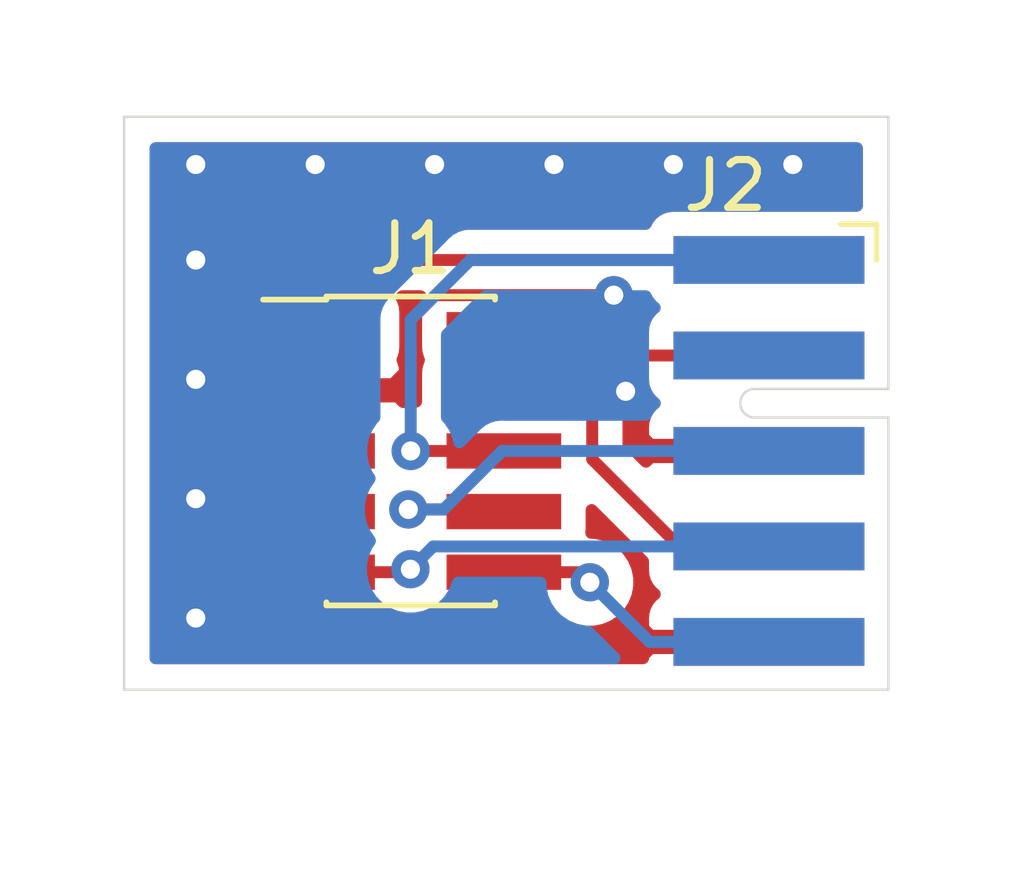
<source format=kicad_pcb>
(kicad_pcb (version 20171130) (host pcbnew "(5.1.6)-1")

  (general
    (thickness 1.6)
    (drawings 4)
    (tracks 51)
    (zones 0)
    (modules 2)
    (nets 10)
  )

  (page A4)
  (title_block
    (title "OpenClip SWD Adapter")
    (date 2020-08-25)
    (rev 0)
    (company cmd.wtf)
    (comment 1 "Based on @GregDavill's and @tannewt's idea!")
  )

  (layers
    (0 F.Cu signal)
    (31 B.Cu signal)
    (32 B.Adhes user)
    (33 F.Adhes user)
    (34 B.Paste user)
    (35 F.Paste user)
    (36 B.SilkS user)
    (37 F.SilkS user)
    (38 B.Mask user)
    (39 F.Mask user)
    (40 Dwgs.User user)
    (41 Cmts.User user)
    (42 Eco1.User user)
    (43 Eco2.User user)
    (44 Edge.Cuts user)
    (45 Margin user)
    (46 B.CrtYd user)
    (47 F.CrtYd user)
    (48 B.Fab user)
    (49 F.Fab user)
  )

  (setup
    (last_trace_width 0.25)
    (trace_clearance 0.2)
    (zone_clearance 0.508)
    (zone_45_only no)
    (trace_min 0.2)
    (via_size 0.8)
    (via_drill 0.4)
    (via_min_size 0.4)
    (via_min_drill 0.3)
    (uvia_size 0.3)
    (uvia_drill 0.1)
    (uvias_allowed no)
    (uvia_min_size 0.2)
    (uvia_min_drill 0.1)
    (edge_width 0.05)
    (segment_width 0.2)
    (pcb_text_width 0.3)
    (pcb_text_size 1.5 1.5)
    (mod_edge_width 0.12)
    (mod_text_size 1 1)
    (mod_text_width 0.15)
    (pad_size 1.524 1.524)
    (pad_drill 0.762)
    (pad_to_mask_clearance 0.05)
    (aux_axis_origin 0 0)
    (visible_elements 7FFFFFFF)
    (pcbplotparams
      (layerselection 0x010fc_ffffffff)
      (usegerberextensions false)
      (usegerberattributes true)
      (usegerberadvancedattributes true)
      (creategerberjobfile true)
      (excludeedgelayer true)
      (linewidth 0.100000)
      (plotframeref false)
      (viasonmask false)
      (mode 1)
      (useauxorigin false)
      (hpglpennumber 1)
      (hpglpenspeed 20)
      (hpglpendiameter 15.000000)
      (psnegative false)
      (psa4output false)
      (plotreference true)
      (plotvalue true)
      (plotinvisibletext false)
      (padsonsilk false)
      (subtractmaskfromsilk false)
      (outputformat 1)
      (mirror false)
      (drillshape 1)
      (scaleselection 1)
      (outputdirectory ""))
  )

  (net 0 "")
  (net 1 /~RESET~)
  (net 2 /GNDDet)
  (net 3 /NC)
  (net 4 /SWO)
  (net 5 GND)
  (net 6 /SWCLK)
  (net 7 /SWDIO)
  (net 8 VCC)
  (net 9 "Net-(J1-Pad7)")

  (net_class Default "This is the default net class."
    (clearance 0.2)
    (trace_width 0.25)
    (via_dia 0.8)
    (via_drill 0.4)
    (uvia_dia 0.3)
    (uvia_drill 0.1)
    (add_net /GNDDet)
    (add_net /NC)
    (add_net /SWCLK)
    (add_net /SWDIO)
    (add_net /SWO)
    (add_net /~RESET~)
    (add_net GND)
    (add_net "Net-(J1-Pad7)")
    (add_net VCC)
  )

  (module Connector_PinHeader_1.27mm:PinHeader_2x05_P1.27mm_Vertical_SMD (layer F.Cu) (tedit 59FED6E3) (tstamp 5F464471)
    (at 160 95)
    (descr "surface-mounted straight pin header, 2x05, 1.27mm pitch, double rows")
    (tags "Surface mounted pin header SMD 2x05 1.27mm double row")
    (path /5F46210A)
    (attr smd)
    (fp_text reference J1 (at 0 -4.235) (layer F.SilkS)
      (effects (font (size 1 1) (thickness 0.15)))
    )
    (fp_text value Conn_ARM_JTAG_SWD_10 (at -7.75 -0.25 90) (layer F.Fab)
      (effects (font (size 1 1) (thickness 0.15)))
    )
    (fp_line (start 4.3 -3.7) (end -4.3 -3.7) (layer F.CrtYd) (width 0.05))
    (fp_line (start 4.3 3.7) (end 4.3 -3.7) (layer F.CrtYd) (width 0.05))
    (fp_line (start -4.3 3.7) (end 4.3 3.7) (layer F.CrtYd) (width 0.05))
    (fp_line (start -4.3 -3.7) (end -4.3 3.7) (layer F.CrtYd) (width 0.05))
    (fp_line (start 1.765 3.17) (end 1.765 3.235) (layer F.SilkS) (width 0.12))
    (fp_line (start -1.765 3.17) (end -1.765 3.235) (layer F.SilkS) (width 0.12))
    (fp_line (start 1.765 -3.235) (end 1.765 -3.17) (layer F.SilkS) (width 0.12))
    (fp_line (start -1.765 -3.235) (end -1.765 -3.17) (layer F.SilkS) (width 0.12))
    (fp_line (start -3.09 -3.17) (end -1.765 -3.17) (layer F.SilkS) (width 0.12))
    (fp_line (start -1.765 3.235) (end 1.765 3.235) (layer F.SilkS) (width 0.12))
    (fp_line (start -1.765 -3.235) (end 1.765 -3.235) (layer F.SilkS) (width 0.12))
    (fp_line (start 2.75 2.74) (end 1.705 2.74) (layer F.Fab) (width 0.1))
    (fp_line (start 2.75 2.34) (end 2.75 2.74) (layer F.Fab) (width 0.1))
    (fp_line (start 1.705 2.34) (end 2.75 2.34) (layer F.Fab) (width 0.1))
    (fp_line (start -2.75 2.74) (end -1.705 2.74) (layer F.Fab) (width 0.1))
    (fp_line (start -2.75 2.34) (end -2.75 2.74) (layer F.Fab) (width 0.1))
    (fp_line (start -1.705 2.34) (end -2.75 2.34) (layer F.Fab) (width 0.1))
    (fp_line (start 2.75 1.47) (end 1.705 1.47) (layer F.Fab) (width 0.1))
    (fp_line (start 2.75 1.07) (end 2.75 1.47) (layer F.Fab) (width 0.1))
    (fp_line (start 1.705 1.07) (end 2.75 1.07) (layer F.Fab) (width 0.1))
    (fp_line (start -2.75 1.47) (end -1.705 1.47) (layer F.Fab) (width 0.1))
    (fp_line (start -2.75 1.07) (end -2.75 1.47) (layer F.Fab) (width 0.1))
    (fp_line (start -1.705 1.07) (end -2.75 1.07) (layer F.Fab) (width 0.1))
    (fp_line (start 2.75 0.2) (end 1.705 0.2) (layer F.Fab) (width 0.1))
    (fp_line (start 2.75 -0.2) (end 2.75 0.2) (layer F.Fab) (width 0.1))
    (fp_line (start 1.705 -0.2) (end 2.75 -0.2) (layer F.Fab) (width 0.1))
    (fp_line (start -2.75 0.2) (end -1.705 0.2) (layer F.Fab) (width 0.1))
    (fp_line (start -2.75 -0.2) (end -2.75 0.2) (layer F.Fab) (width 0.1))
    (fp_line (start -1.705 -0.2) (end -2.75 -0.2) (layer F.Fab) (width 0.1))
    (fp_line (start 2.75 -1.07) (end 1.705 -1.07) (layer F.Fab) (width 0.1))
    (fp_line (start 2.75 -1.47) (end 2.75 -1.07) (layer F.Fab) (width 0.1))
    (fp_line (start 1.705 -1.47) (end 2.75 -1.47) (layer F.Fab) (width 0.1))
    (fp_line (start -2.75 -1.07) (end -1.705 -1.07) (layer F.Fab) (width 0.1))
    (fp_line (start -2.75 -1.47) (end -2.75 -1.07) (layer F.Fab) (width 0.1))
    (fp_line (start -1.705 -1.47) (end -2.75 -1.47) (layer F.Fab) (width 0.1))
    (fp_line (start 2.75 -2.34) (end 1.705 -2.34) (layer F.Fab) (width 0.1))
    (fp_line (start 2.75 -2.74) (end 2.75 -2.34) (layer F.Fab) (width 0.1))
    (fp_line (start 1.705 -2.74) (end 2.75 -2.74) (layer F.Fab) (width 0.1))
    (fp_line (start -2.75 -2.34) (end -1.705 -2.34) (layer F.Fab) (width 0.1))
    (fp_line (start -2.75 -2.74) (end -2.75 -2.34) (layer F.Fab) (width 0.1))
    (fp_line (start -1.705 -2.74) (end -2.75 -2.74) (layer F.Fab) (width 0.1))
    (fp_line (start 1.705 -3.175) (end 1.705 3.175) (layer F.Fab) (width 0.1))
    (fp_line (start -1.705 -2.74) (end -1.27 -3.175) (layer F.Fab) (width 0.1))
    (fp_line (start -1.705 3.175) (end -1.705 -2.74) (layer F.Fab) (width 0.1))
    (fp_line (start -1.27 -3.175) (end 1.705 -3.175) (layer F.Fab) (width 0.1))
    (fp_line (start 1.705 3.175) (end -1.705 3.175) (layer F.Fab) (width 0.1))
    (fp_text user %R (at 0 0 90) (layer F.Fab)
      (effects (font (size 1 1) (thickness 0.15)))
    )
    (pad 10 smd rect (at 1.95 2.54) (size 2.4 0.74) (layers F.Cu F.Paste F.Mask)
      (net 1 /~RESET~))
    (pad 9 smd rect (at -1.95 2.54) (size 2.4 0.74) (layers F.Cu F.Paste F.Mask)
      (net 2 /GNDDet))
    (pad 8 smd rect (at 1.95 1.27) (size 2.4 0.74) (layers F.Cu F.Paste F.Mask)
      (net 3 /NC))
    (pad 7 smd rect (at -1.95 1.27) (size 2.4 0.74) (layers F.Cu F.Paste F.Mask)
      (net 9 "Net-(J1-Pad7)"))
    (pad 6 smd rect (at 1.95 0) (size 2.4 0.74) (layers F.Cu F.Paste F.Mask)
      (net 4 /SWO))
    (pad 5 smd rect (at -1.95 0) (size 2.4 0.74) (layers F.Cu F.Paste F.Mask)
      (net 5 GND))
    (pad 4 smd rect (at 1.95 -1.27) (size 2.4 0.74) (layers F.Cu F.Paste F.Mask)
      (net 6 /SWCLK))
    (pad 3 smd rect (at -1.95 -1.27) (size 2.4 0.74) (layers F.Cu F.Paste F.Mask)
      (net 5 GND))
    (pad 2 smd rect (at 1.95 -2.54) (size 2.4 0.74) (layers F.Cu F.Paste F.Mask)
      (net 7 /SWDIO))
    (pad 1 smd rect (at -1.95 -2.54) (size 2.4 0.74) (layers F.Cu F.Paste F.Mask)
      (net 8 VCC))
    (model ${KISYS3DMOD}/Connector_PinHeader_1.27mm.3dshapes/PinHeader_2x05_P1.27mm_Vertical_SMD.wrl
      (at (xyz 0 0 0))
      (scale (xyz 1 1 1))
      (rotate (xyz 0 0 0))
    )
  )

  (module Connector_OpenClip:OpenClip_SWD (layer F.Cu) (tedit 5F45C34D) (tstamp 5F4628B8)
    (at 170 95 270)
    (path /5F46A360)
    (fp_text reference J2 (at -5.559934 3.411127 180) (layer F.SilkS)
      (effects (font (size 1 1) (thickness 0.15)))
    )
    (fp_text value OpenClip_SWD (at -1 -2 90) (layer F.Fab)
      (effects (font (size 1 1) (thickness 0.15)))
    )
    (fp_line (start 5 -0.5) (end 5 5) (layer B.CrtYd) (width 0.05))
    (fp_line (start -5 -0.5) (end 5 -0.5) (layer B.CrtYd) (width 0.05))
    (fp_line (start -5 5) (end -5 -0.5) (layer B.CrtYd) (width 0.05))
    (fp_line (start 5 5) (end -5 5) (layer B.CrtYd) (width 0.05))
    (fp_line (start -5 -0.5) (end -5 5) (layer F.CrtYd) (width 0.05))
    (fp_line (start 5 -0.5) (end -5 -0.5) (layer F.CrtYd) (width 0.05))
    (fp_line (start 5 5) (end 5 -0.5) (layer F.CrtYd) (width 0.05))
    (fp_line (start -5 5) (end 5 5) (layer F.CrtYd) (width 0.05))
    (fp_line (start -0.7 0) (end 5 0) (layer Edge.Cuts) (width 0.05))
    (fp_line (start -5 0) (end -1.3 0) (layer Edge.Cuts) (width 0.05))
    (fp_line (start -0.7 2.8) (end -0.7 0) (layer Edge.Cuts) (width 0.05))
    (fp_line (start -1.3 0) (end -1.3 2.8) (layer Edge.Cuts) (width 0.05))
    (fp_line (start -4 0.25) (end -4.75 0.25) (layer F.SilkS) (width 0.12))
    (fp_line (start -4.75 0.25) (end -4.75 1) (layer F.SilkS) (width 0.12))
    (fp_arc (start -1 2.8) (end -1.3 2.8) (angle -180) (layer Edge.Cuts) (width 0.05))
    (pad 5 smd rect (at 4 2.5 270) (size 1 4) (layers F.Cu F.Paste F.Mask)
      (net 5 GND))
    (pad 4 smd rect (at 2 2.5 270) (size 1 4) (layers F.Cu F.Paste F.Mask)
      (net 6 /SWCLK))
    (pad 3 smd rect (at 0 2.5 270) (size 1 4) (layers F.Cu F.Paste F.Mask)
      (net 5 GND))
    (pad 2 smd rect (at -2 2.5 270) (size 1 4) (layers F.Cu F.Paste F.Mask)
      (net 7 /SWDIO))
    (pad 1 smd rect (at -4 2.5 270) (size 1 4) (layers F.Cu F.Paste F.Mask)
      (net 8 VCC))
    (pad 10 smd rect (at 4 2.5 270) (size 1 4) (layers B.Cu F.Paste F.Mask)
      (net 1 /~RESET~))
    (pad 9 smd rect (at 2 2.5 270) (size 1 4) (layers B.Cu F.Paste F.Mask)
      (net 2 /GNDDet))
    (pad 7 smd rect (at -2 2.5 270) (size 1 4) (layers B.Cu F.Paste F.Mask))
    (pad 6 smd rect (at -4 2.5 270) (size 1 4) (layers B.Cu F.Paste F.Mask)
      (net 4 /SWO))
    (pad 8 smd rect (at 0 2.5 270) (size 1 4) (layers B.Cu F.Paste F.Mask)
      (net 3 /NC))
  )

  (gr_line (start 154 100) (end 170 100) (layer Edge.Cuts) (width 0.05) (tstamp 5F4644F1))
  (gr_line (start 154 88) (end 154 100) (layer Edge.Cuts) (width 0.05))
  (gr_line (start 170 88) (end 154 88) (layer Edge.Cuts) (width 0.05))
  (gr_line (start 170 90) (end 170 88) (layer Edge.Cuts) (width 0.05))

  (via (at 163.75 97.75) (size 0.8) (drill 0.4) (layers F.Cu B.Cu) (net 1))
  (segment (start 161.95 97.54) (end 163.54 97.54) (width 0.25) (layer F.Cu) (net 1))
  (segment (start 163.54 97.54) (end 163.75 97.75) (width 0.25) (layer F.Cu) (net 1))
  (segment (start 165 99) (end 167.5 99) (width 0.25) (layer B.Cu) (net 1))
  (segment (start 163.75 97.75) (end 165 99) (width 0.25) (layer B.Cu) (net 1))
  (segment (start 167.5 97) (end 160.470803 97) (width 0.25) (layer B.Cu) (net 2))
  (via (at 159.993698 97.477105) (size 0.8) (drill 0.4) (layers F.Cu B.Cu) (net 2))
  (segment (start 159.930803 97.54) (end 159.993698 97.477105) (width 0.25) (layer F.Cu) (net 2))
  (segment (start 160.470803 97) (end 159.993698 97.477105) (width 0.25) (layer B.Cu) (net 2))
  (segment (start 158.05 97.54) (end 159.930803 97.54) (width 0.25) (layer F.Cu) (net 2))
  (via (at 159.95 96.225) (size 0.8) (drill 0.4) (layers F.Cu B.Cu) (net 3))
  (segment (start 161.905 96.225) (end 161.95 96.27) (width 0.25) (layer F.Cu) (net 3))
  (segment (start 159.95 96.225) (end 161.905 96.225) (width 0.25) (layer F.Cu) (net 3))
  (segment (start 160.68641 96.225) (end 159.95 96.225) (width 0.25) (layer B.Cu) (net 3))
  (segment (start 161.91141 95) (end 160.68641 96.225) (width 0.25) (layer B.Cu) (net 3))
  (segment (start 167.5 95) (end 161.91141 95) (width 0.25) (layer B.Cu) (net 3))
  (via (at 160 95) (size 0.8) (drill 0.4) (layers F.Cu B.Cu) (net 4))
  (segment (start 160 95) (end 161.95 95) (width 0.25) (layer F.Cu) (net 4))
  (segment (start 160 92.25) (end 160 95) (width 0.25) (layer B.Cu) (net 4))
  (segment (start 167.5 91) (end 161.25 91) (width 0.25) (layer B.Cu) (net 4))
  (segment (start 161.25 91) (end 160 92.25) (width 0.25) (layer B.Cu) (net 4))
  (via (at 164.5 93.75) (size 0.8) (drill 0.4) (layers F.Cu B.Cu) (net 5))
  (segment (start 167.5 95) (end 165.75 95) (width 0.25) (layer F.Cu) (net 5))
  (via (at 164.25078 91.736147) (size 0.8) (drill 0.4) (layers F.Cu B.Cu) (net 5))
  (segment (start 164.5 93.75) (end 164.5 91.985367) (width 0.25) (layer B.Cu) (net 5))
  (segment (start 164.5 91.985367) (end 164.25078 91.736147) (width 0.25) (layer B.Cu) (net 5))
  (segment (start 160.518851 91.736147) (end 160 92.254998) (width 0.25) (layer F.Cu) (net 5))
  (segment (start 164.25078 91.736147) (end 160.518851 91.736147) (width 0.25) (layer F.Cu) (net 5))
  (segment (start 160 93.23) (end 159.5 93.73) (width 0.25) (layer F.Cu) (net 5))
  (segment (start 159.5 93.73) (end 158.05 93.73) (width 0.25) (layer F.Cu) (net 5))
  (segment (start 160 92.254998) (end 160 93.23) (width 0.25) (layer F.Cu) (net 5))
  (via (at 155.5 98.5) (size 0.8) (drill 0.4) (layers F.Cu B.Cu) (net 5))
  (via (at 155.5 96) (size 0.8) (drill 0.4) (layers F.Cu B.Cu) (net 5))
  (via (at 155.5 93.5) (size 0.8) (drill 0.4) (layers F.Cu B.Cu) (net 5))
  (via (at 155.5 91) (size 0.8) (drill 0.4) (layers F.Cu B.Cu) (net 5))
  (via (at 155.5 89) (size 0.8) (drill 0.4) (layers F.Cu B.Cu) (net 5))
  (via (at 158 89) (size 0.8) (drill 0.4) (layers F.Cu B.Cu) (net 5))
  (via (at 160.5 89) (size 0.8) (drill 0.4) (layers F.Cu B.Cu) (net 5))
  (via (at 163 89) (size 0.8) (drill 0.4) (layers F.Cu B.Cu) (net 5))
  (via (at 165.5 89) (size 0.8) (drill 0.4) (layers F.Cu B.Cu) (net 5))
  (via (at 168 89) (size 0.8) (drill 0.4) (layers F.Cu B.Cu) (net 5))
  (segment (start 165.625 97) (end 167.5 97) (width 0.25) (layer F.Cu) (net 6))
  (segment (start 163.8 94.06) (end 163.8 95.175) (width 0.25) (layer F.Cu) (net 6))
  (segment (start 163.8 95.175) (end 165.625 97) (width 0.25) (layer F.Cu) (net 6))
  (segment (start 161.95 93.73) (end 163.47 93.73) (width 0.25) (layer F.Cu) (net 6))
  (segment (start 163.47 93.73) (end 163.8 94.06) (width 0.25) (layer F.Cu) (net 6))
  (segment (start 161.95 92.46) (end 164.21 92.46) (width 0.25) (layer F.Cu) (net 7))
  (segment (start 164.75 93) (end 167.5 93) (width 0.25) (layer F.Cu) (net 7))
  (segment (start 164.21 92.46) (end 164.75 93) (width 0.25) (layer F.Cu) (net 7))
  (segment (start 159.51 91) (end 167.5 91) (width 0.25) (layer F.Cu) (net 8))
  (segment (start 158.05 92.46) (end 159.51 91) (width 0.25) (layer F.Cu) (net 8))

  (zone (net 5) (net_name GND) (layer F.Cu) (tstamp 5F464E7E) (hatch edge 0.508)
    (connect_pads (clearance 0.508))
    (min_thickness 0.254)
    (fill yes (arc_segments 32) (thermal_gap 0.508) (thermal_bridge_width 0.508))
    (polygon
      (pts
        (xy 171 101) (xy 153 101) (xy 153 87) (xy 171 87)
      )
    )
    (filled_polygon
      (pts
        (xy 169.34 89.861928) (xy 165.5 89.861928) (xy 165.375518 89.874188) (xy 165.25582 89.910498) (xy 165.145506 89.969463)
        (xy 165.048815 90.048815) (xy 164.969463 90.145506) (xy 164.918954 90.24) (xy 159.547323 90.24) (xy 159.51 90.236324)
        (xy 159.472677 90.24) (xy 159.472667 90.24) (xy 159.361014 90.250997) (xy 159.217753 90.294454) (xy 159.085724 90.365026)
        (xy 158.969999 90.459999) (xy 158.946201 90.488997) (xy 157.983271 91.451928) (xy 156.85 91.451928) (xy 156.725518 91.464188)
        (xy 156.60582 91.500498) (xy 156.495506 91.559463) (xy 156.398815 91.638815) (xy 156.319463 91.735506) (xy 156.260498 91.84582)
        (xy 156.224188 91.965518) (xy 156.211928 92.09) (xy 156.211928 92.83) (xy 156.224188 92.954482) (xy 156.260498 93.07418)
        (xy 156.271627 93.095) (xy 156.260498 93.11582) (xy 156.224188 93.235518) (xy 156.211928 93.36) (xy 156.215 93.44425)
        (xy 156.37375 93.603) (xy 157.923 93.603) (xy 157.923 93.583) (xy 158.177 93.583) (xy 158.177 93.603)
        (xy 159.72625 93.603) (xy 159.885 93.44425) (xy 159.888072 93.36) (xy 159.875812 93.235518) (xy 159.839502 93.11582)
        (xy 159.828373 93.095) (xy 159.839502 93.07418) (xy 159.875812 92.954482) (xy 159.888072 92.83) (xy 159.888072 92.09)
        (xy 159.875812 91.965518) (xy 159.839502 91.84582) (xy 159.804488 91.780314) (xy 159.824802 91.76) (xy 160.20637 91.76)
        (xy 160.160498 91.84582) (xy 160.124188 91.965518) (xy 160.111928 92.09) (xy 160.111928 92.83) (xy 160.124188 92.954482)
        (xy 160.160498 93.07418) (xy 160.171627 93.095) (xy 160.160498 93.11582) (xy 160.124188 93.235518) (xy 160.111928 93.36)
        (xy 160.111928 93.966987) (xy 160.101939 93.965) (xy 159.898061 93.965) (xy 159.844837 93.975587) (xy 159.72625 93.857)
        (xy 158.177 93.857) (xy 158.177 94.873) (xy 158.197 94.873) (xy 158.197 95.127) (xy 158.177 95.127)
        (xy 158.177 95.147) (xy 157.923 95.147) (xy 157.923 95.127) (xy 156.37375 95.127) (xy 156.215 95.28575)
        (xy 156.211928 95.37) (xy 156.224188 95.494482) (xy 156.260498 95.61418) (xy 156.271627 95.635) (xy 156.260498 95.65582)
        (xy 156.224188 95.775518) (xy 156.211928 95.9) (xy 156.211928 96.64) (xy 156.224188 96.764482) (xy 156.260498 96.88418)
        (xy 156.271627 96.905) (xy 156.260498 96.92582) (xy 156.224188 97.045518) (xy 156.211928 97.17) (xy 156.211928 97.91)
        (xy 156.224188 98.034482) (xy 156.260498 98.15418) (xy 156.319463 98.264494) (xy 156.398815 98.361185) (xy 156.495506 98.440537)
        (xy 156.60582 98.499502) (xy 156.725518 98.535812) (xy 156.85 98.548072) (xy 159.25 98.548072) (xy 159.374482 98.535812)
        (xy 159.49418 98.499502) (xy 159.604494 98.440537) (xy 159.608032 98.437633) (xy 159.6918 98.472331) (xy 159.891759 98.512105)
        (xy 160.095637 98.512105) (xy 160.295596 98.472331) (xy 160.38774 98.434163) (xy 160.395506 98.440537) (xy 160.50582 98.499502)
        (xy 160.625518 98.535812) (xy 160.75 98.548072) (xy 163.084361 98.548072) (xy 163.090226 98.553937) (xy 163.259744 98.667205)
        (xy 163.448102 98.745226) (xy 163.648061 98.785) (xy 163.851939 98.785) (xy 164.051898 98.745226) (xy 164.240256 98.667205)
        (xy 164.409774 98.553937) (xy 164.553937 98.409774) (xy 164.667205 98.240256) (xy 164.745226 98.051898) (xy 164.785 97.851939)
        (xy 164.785 97.648061) (xy 164.745226 97.448102) (xy 164.667205 97.259744) (xy 164.553937 97.090226) (xy 164.409774 96.946063)
        (xy 164.240256 96.832795) (xy 164.051898 96.754774) (xy 163.851939 96.715) (xy 163.780685 96.715) (xy 163.788072 96.64)
        (xy 163.788072 96.237873) (xy 164.861928 97.31173) (xy 164.861928 97.5) (xy 164.874188 97.624482) (xy 164.910498 97.74418)
        (xy 164.969463 97.854494) (xy 165.048815 97.951185) (xy 165.108296 98) (xy 165.048815 98.048815) (xy 164.969463 98.145506)
        (xy 164.910498 98.25582) (xy 164.874188 98.375518) (xy 164.861928 98.5) (xy 164.865 98.71425) (xy 165.02375 98.873)
        (xy 167.373 98.873) (xy 167.373 98.853) (xy 167.627 98.853) (xy 167.627 98.873) (xy 167.647 98.873)
        (xy 167.647 99.127) (xy 167.627 99.127) (xy 167.627 99.147) (xy 167.373 99.147) (xy 167.373 99.127)
        (xy 165.02375 99.127) (xy 164.865 99.28575) (xy 164.864222 99.34) (xy 154.66 99.34) (xy 154.66 94.1)
        (xy 156.211928 94.1) (xy 156.224188 94.224482) (xy 156.260498 94.34418) (xy 156.271627 94.365) (xy 156.260498 94.38582)
        (xy 156.224188 94.505518) (xy 156.211928 94.63) (xy 156.215 94.71425) (xy 156.37375 94.873) (xy 157.923 94.873)
        (xy 157.923 93.857) (xy 156.37375 93.857) (xy 156.215 94.01575) (xy 156.211928 94.1) (xy 154.66 94.1)
        (xy 154.66 88.66) (xy 169.340001 88.66)
      )
    )
    (filled_polygon
      (pts
        (xy 164.601014 93.749003) (xy 164.712667 93.76) (xy 164.712676 93.76) (xy 164.749999 93.763676) (xy 164.787322 93.76)
        (xy 164.918954 93.76) (xy 164.969463 93.854494) (xy 165.048815 93.951185) (xy 165.108296 94) (xy 165.048815 94.048815)
        (xy 164.969463 94.145506) (xy 164.910498 94.25582) (xy 164.874188 94.375518) (xy 164.861928 94.5) (xy 164.865 94.71425)
        (xy 165.02375 94.873) (xy 166.807103 94.873) (xy 166.831107 94.882894) (xy 166.886113 94.90647) (xy 166.89491 94.909192)
        (xy 166.894912 94.909193) (xy 166.894914 94.909193) (xy 166.894916 94.909194) (xy 166.950967 94.926117) (xy 167.00962 94.937731)
        (xy 167.068165 94.950175) (xy 167.070529 94.950423) (xy 167.070617 94.95045) (xy 167.073254 94.95071) (xy 167.07733 94.951138)
        (xy 167.1356 94.956851) (xy 167.135608 94.956851) (xy 167.167581 94.96) (xy 167.647 94.96) (xy 167.647 95.127)
        (xy 167.627 95.127) (xy 167.627 95.147) (xy 167.373 95.147) (xy 167.373 95.127) (xy 165.02375 95.127)
        (xy 164.925276 95.225474) (xy 164.56 94.860199) (xy 164.56 94.097322) (xy 164.563676 94.059999) (xy 164.56 94.022676)
        (xy 164.56 94.022667) (xy 164.549003 93.911014) (xy 164.505546 93.767753) (xy 164.475109 93.710811)
      )
    )
  )
  (zone (net 5) (net_name GND) (layer B.Cu) (tstamp 5F464E7B) (hatch edge 0.508)
    (connect_pads (clearance 0.508))
    (min_thickness 0.254)
    (fill yes (arc_segments 32) (thermal_gap 0.508) (thermal_bridge_width 0.508))
    (polygon
      (pts
        (xy 171 101) (xy 153 101) (xy 153 87) (xy 171 87)
      )
    )
    (filled_polygon
      (pts
        (xy 169.34 89.861928) (xy 165.5 89.861928) (xy 165.375518 89.874188) (xy 165.25582 89.910498) (xy 165.145506 89.969463)
        (xy 165.048815 90.048815) (xy 164.969463 90.145506) (xy 164.918954 90.24) (xy 161.287323 90.24) (xy 161.25 90.236324)
        (xy 161.212677 90.24) (xy 161.212667 90.24) (xy 161.101014 90.250997) (xy 160.957753 90.294454) (xy 160.825723 90.365026)
        (xy 160.812939 90.375518) (xy 160.709999 90.459999) (xy 160.686201 90.488997) (xy 159.489003 91.686196) (xy 159.459999 91.709999)
        (xy 159.431948 91.74418) (xy 159.365026 91.825724) (xy 159.319713 91.910498) (xy 159.294454 91.957754) (xy 159.250997 92.101015)
        (xy 159.24 92.212668) (xy 159.24 92.212678) (xy 159.236324 92.25) (xy 159.24 92.287323) (xy 159.240001 94.296288)
        (xy 159.196063 94.340226) (xy 159.082795 94.509744) (xy 159.004774 94.698102) (xy 158.965 94.898061) (xy 158.965 95.101939)
        (xy 159.004774 95.301898) (xy 159.082795 95.490256) (xy 159.139476 95.575085) (xy 159.032795 95.734744) (xy 158.954774 95.923102)
        (xy 158.915 96.123061) (xy 158.915 96.326939) (xy 158.954774 96.526898) (xy 159.032795 96.715256) (xy 159.14538 96.883752)
        (xy 159.076493 96.986849) (xy 158.998472 97.175207) (xy 158.958698 97.375166) (xy 158.958698 97.579044) (xy 158.998472 97.779003)
        (xy 159.076493 97.967361) (xy 159.189761 98.136879) (xy 159.333924 98.281042) (xy 159.503442 98.39431) (xy 159.6918 98.472331)
        (xy 159.891759 98.512105) (xy 160.095637 98.512105) (xy 160.295596 98.472331) (xy 160.483954 98.39431) (xy 160.653472 98.281042)
        (xy 160.797635 98.136879) (xy 160.910903 97.967361) (xy 160.988924 97.779003) (xy 160.992704 97.76) (xy 162.715 97.76)
        (xy 162.715 97.851939) (xy 162.754774 98.051898) (xy 162.832795 98.240256) (xy 162.946063 98.409774) (xy 163.090226 98.553937)
        (xy 163.259744 98.667205) (xy 163.448102 98.745226) (xy 163.648061 98.785) (xy 163.710199 98.785) (xy 164.265198 99.34)
        (xy 154.66 99.34) (xy 154.66 88.66) (xy 169.340001 88.66)
      )
    )
    (filled_polygon
      (pts
        (xy 164.969463 91.854494) (xy 165.048815 91.951185) (xy 165.108296 92) (xy 165.048815 92.048815) (xy 164.969463 92.145506)
        (xy 164.910498 92.25582) (xy 164.874188 92.375518) (xy 164.861928 92.5) (xy 164.861928 93.5) (xy 164.874188 93.624482)
        (xy 164.910498 93.74418) (xy 164.969463 93.854494) (xy 165.048815 93.951185) (xy 165.108296 94) (xy 165.048815 94.048815)
        (xy 164.969463 94.145506) (xy 164.918954 94.24) (xy 161.948743 94.24) (xy 161.91141 94.236323) (xy 161.874077 94.24)
        (xy 161.762424 94.250997) (xy 161.619163 94.294454) (xy 161.487134 94.365026) (xy 161.371409 94.459999) (xy 161.347611 94.488997)
        (xy 161.018998 94.817611) (xy 160.995226 94.698102) (xy 160.917205 94.509744) (xy 160.803937 94.340226) (xy 160.76 94.296289)
        (xy 160.76 92.564801) (xy 161.564802 91.76) (xy 164.918954 91.76)
      )
    )
  )
)

</source>
